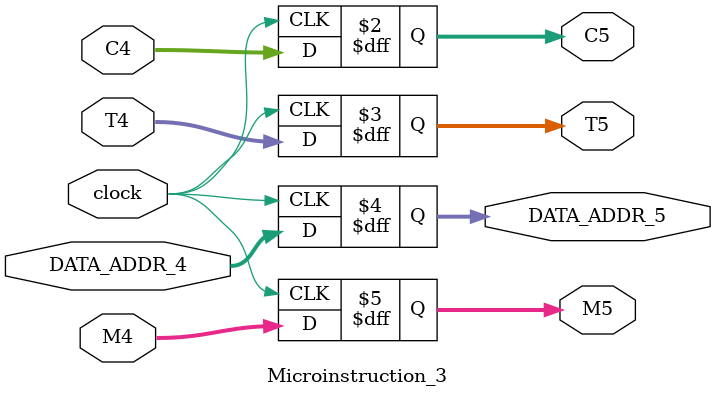
<source format=v>

module Microinstruction_3 (clock,
	C4,
	T4,
	C5,
	T5,
	DATA_ADDR_4,
	DATA_ADDR_5,
	M4,
	M5
);

/*****************************************************************
Modulo que implementa la tercera microintrucción del pipeline,
habria que chequear que en el momento inicial no flashee cualquiera.
******************************************************************/
	input clock;
	input [5:0] 		C4;
	input [6:0] 		T4;
	input [10:0]		DATA_ADDR_4;
	input [1:0] 		M4;
	output reg [5:0] 	C5;
	output reg [6:0] 	T5;
	output reg [10:0]	DATA_ADDR_5;
	output reg [1:0] 	M5;

	always @(posedge clock) 
	begin
		C5	=	C4;
		T5	=	T4;
		DATA_ADDR_5 = DATA_ADDR_4;
		M5 = M4;
	end
endmodule
</source>
